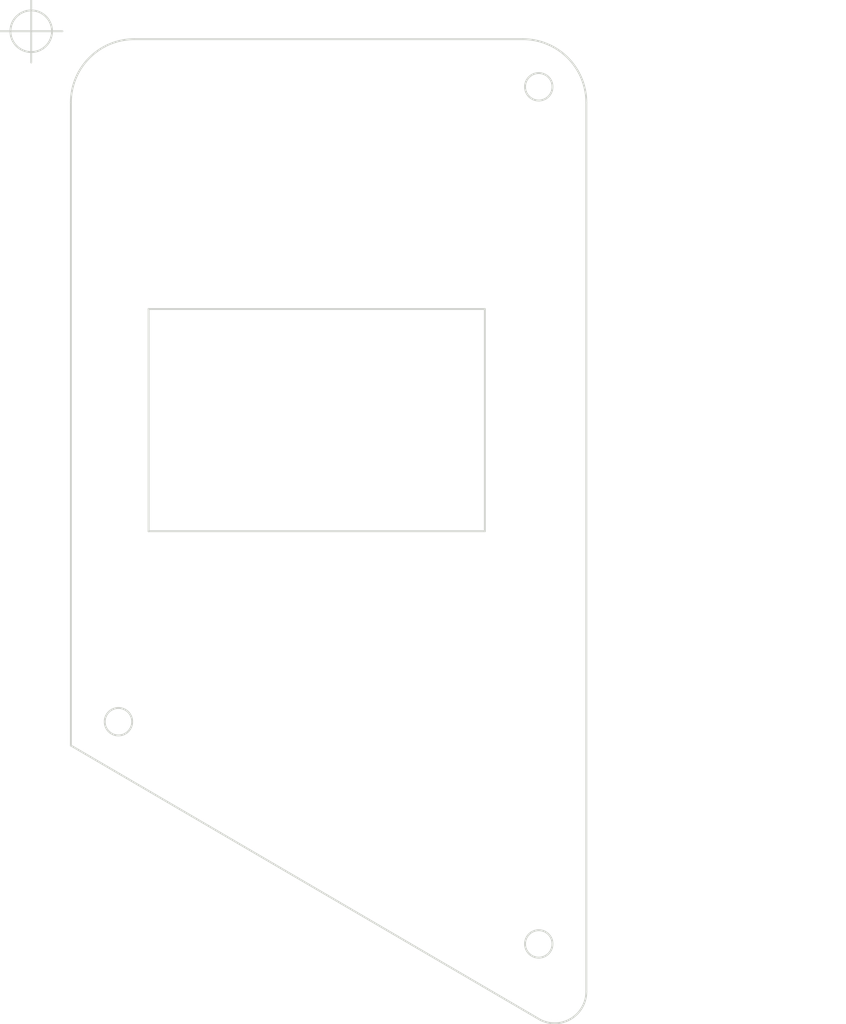
<source format=kicad_pcb>
(kicad_pcb (version 20171130) (host pcbnew 5.1.5+dfsg1-2build2)

  (general
    (thickness 1.6)
    (drawings 15)
    (tracks 0)
    (zones 0)
    (modules 1)
    (nets 1)
  )

  (page A4)
  (layers
    (0 F.Cu signal)
    (31 B.Cu signal)
    (32 B.Adhes user)
    (33 F.Adhes user hide)
    (34 B.Paste user)
    (35 F.Paste user)
    (36 B.SilkS user)
    (37 F.SilkS user)
    (38 B.Mask user)
    (39 F.Mask user)
    (40 Dwgs.User user)
    (41 Cmts.User user)
    (42 Eco1.User user)
    (43 Eco2.User user)
    (44 Edge.Cuts user)
    (45 Margin user)
    (46 B.CrtYd user)
    (47 F.CrtYd user)
    (48 B.Fab user)
    (49 F.Fab user)
  )

  (setup
    (last_trace_width 0.25)
    (trace_clearance 0.2)
    (zone_clearance 0.508)
    (zone_45_only no)
    (trace_min 0.2)
    (via_size 0.8)
    (via_drill 0.4)
    (via_min_size 0.4)
    (via_min_drill 0.3)
    (uvia_size 0.3)
    (uvia_drill 0.1)
    (uvias_allowed no)
    (uvia_min_size 0.2)
    (uvia_min_drill 0.1)
    (edge_width 0.15)
    (segment_width 0.2)
    (pcb_text_width 0.3)
    (pcb_text_size 1.5 1.5)
    (mod_edge_width 0.15)
    (mod_text_size 1 1)
    (mod_text_width 0.15)
    (pad_size 0.7 0.7)
    (pad_drill 0.4)
    (pad_to_mask_clearance 0.051)
    (solder_mask_min_width 0.25)
    (aux_axis_origin 12.065 12.065)
    (grid_origin 12.065 12.065)
    (visible_elements FFFFF7FF)
    (pcbplotparams
      (layerselection 0x010fc_ffffffff)
      (usegerberextensions true)
      (usegerberattributes false)
      (usegerberadvancedattributes false)
      (creategerberjobfile false)
      (excludeedgelayer true)
      (linewidth 0.100000)
      (plotframeref false)
      (viasonmask false)
      (mode 1)
      (useauxorigin false)
      (hpglpennumber 1)
      (hpglpenspeed 20)
      (hpglpendiameter 15.000000)
      (psnegative false)
      (psa4output false)
      (plotreference false)
      (plotvalue false)
      (plotinvisibletext false)
      (padsonsilk false)
      (subtractmaskfromsilk false)
      (outputformat 1)
      (mirror false)
      (drillshape 0)
      (scaleselection 1)
      (outputdirectory "garber"))
  )

  (net 0 "")

  (net_class Default "これはデフォルトのネット クラスです。"
    (clearance 0.2)
    (trace_width 0.25)
    (via_dia 0.8)
    (via_drill 0.4)
    (uvia_dia 0.3)
    (uvia_drill 0.1)
  )

  (net_class POWER ""
    (clearance 0.2)
    (trace_width 0.4)
    (via_dia 0.8)
    (via_drill 0.4)
    (uvia_dia 0.3)
    (uvia_drill 0.1)
  )

  (module "" (layer F.Cu) (tedit 0) (tstamp 0)
    (at 18.415 34.29)
    (fp_text reference "" (at 58.674 45.085) (layer F.SilkS)
      (effects (font (size 1.27 1.27) (thickness 0.15)))
    )
    (fp_text value "" (at 58.674 45.085) (layer F.SilkS)
      (effects (font (size 1.27 1.27) (thickness 0.15)))
    )
  )

  (gr_line (start 48.387 52.07) (end 21.463 52.07) (layer Edge.Cuts) (width 0.15) (tstamp 5F5FD729))
  (gr_line (start 48.387 34.29) (end 48.387 52.07) (layer Edge.Cuts) (width 0.15) (tstamp 5F5FD727))
  (gr_line (start 21.463 52.07) (end 21.463 34.29) (layer Edge.Cuts) (width 0.15) (tstamp 5F5FD728))
  (gr_line (start 21.463 34.29) (end 48.387 34.29) (layer Edge.Cuts) (width 0.15) (tstamp 5F5FD726))
  (gr_circle (center 52.705 85.09) (end 53.805 85.09) (layer Edge.Cuts) (width 0.15) (tstamp 5F69CBE8))
  (gr_circle (center 19.05 67.31) (end 20.15 67.31) (layer Edge.Cuts) (width 0.15) (tstamp 5F69CBE8))
  (gr_circle (center 52.705 16.51) (end 53.805 16.51) (layer Edge.Cuts) (width 0.15))
  (gr_line (start 15.24 69.215) (end 15.24 17.78) (layer Edge.Cuts) (width 0.15) (tstamp 5F5FCD70))
  (gr_line (start 52.839077 91.171845) (end 15.24 69.215) (layer Edge.Cuts) (width 0.15))
  (gr_line (start 56.515 88.9) (end 56.515 17.78) (layer Edge.Cuts) (width 0.15) (tstamp 5F5FCD6F))
  (gr_arc (start 53.975 88.9) (end 56.515 88.9) (angle 116.5650613) (layer Edge.Cuts) (width 0.15) (tstamp 5F5FCD59))
  (gr_arc (start 51.435 17.78) (end 56.515 17.78) (angle -90) (layer Edge.Cuts) (width 0.15) (tstamp 5F5FCD4D))
  (gr_arc (start 20.32 17.78) (end 20.32 12.7) (angle -90) (layer Edge.Cuts) (width 0.15) (tstamp 5F5FCD4C))
  (gr_line (start 20.32 12.7) (end 51.435 12.7) (layer Edge.Cuts) (width 0.15) (tstamp 5F5FCD4B))
  (target plus (at 12.065 12.065) (size 5) (width 0.15) (layer Edge.Cuts))

)

</source>
